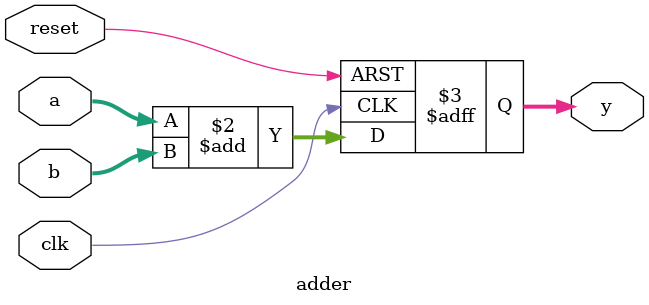
<source format=v>
module adder(
    input wire clk,
    input wire reset,
    input wire [7:0] a,
    input wire [7:0] b,
    output reg [8:0] y
    );

    always @(posedge clk or posedge reset) begin
        if(reset) y <= 0;
        else y <= a + b;     
    end

endmodule

</source>
